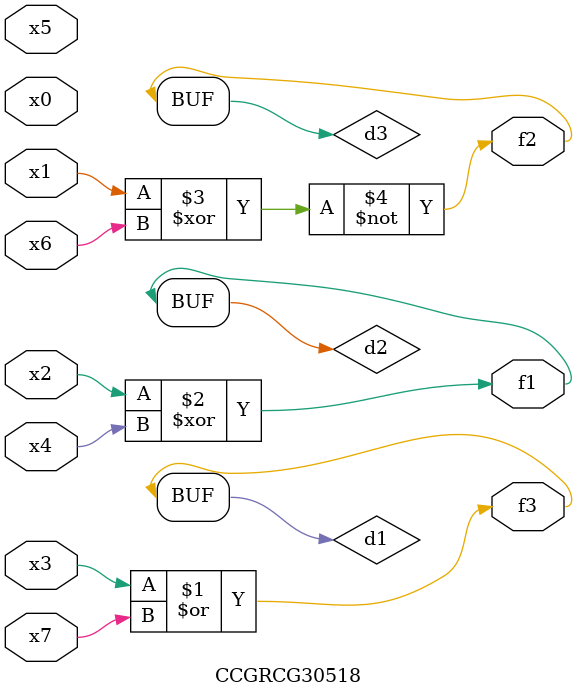
<source format=v>
module CCGRCG30518(
	input x0, x1, x2, x3, x4, x5, x6, x7,
	output f1, f2, f3
);

	wire d1, d2, d3;

	or (d1, x3, x7);
	xor (d2, x2, x4);
	xnor (d3, x1, x6);
	assign f1 = d2;
	assign f2 = d3;
	assign f3 = d1;
endmodule

</source>
